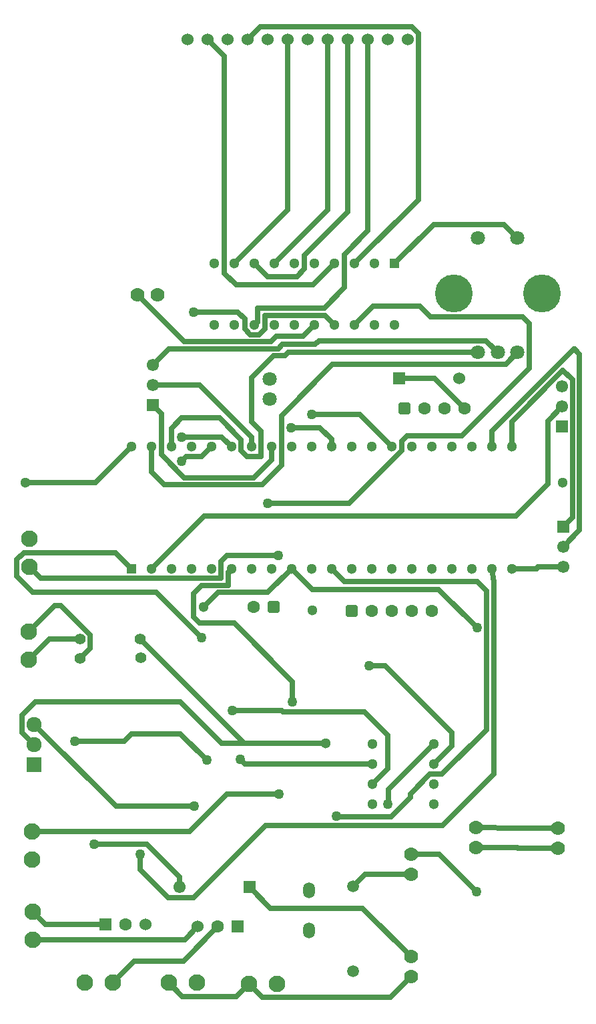
<source format=gbl>
G04*
G04 #@! TF.GenerationSoftware,Altium Limited,Altium Designer,24.4.1 (13)*
G04*
G04 Layer_Physical_Order=2*
G04 Layer_Color=16711680*
%FSLAX44Y44*%
%MOMM*%
G71*
G04*
G04 #@! TF.SameCoordinates,F6539689-3043-445A-A8EF-E24C1B7FCDF9*
G04*
G04*
G04 #@! TF.FilePolarity,Positive*
G04*
G01*
G75*
%ADD37C,1.5240*%
%ADD38R,1.5240X1.5240*%
%ADD45R,1.5500X1.5500*%
%ADD46C,1.5500*%
%ADD60C,0.6350*%
%ADD61C,1.3000*%
%ADD62R,1.3000X1.3000*%
%ADD63C,2.1000*%
%ADD64R,1.9200X1.9200*%
%ADD65C,1.9200*%
%ADD66C,1.7780*%
%ADD67C,1.8000*%
%ADD68R,1.5500X1.5500*%
%ADD69C,1.6000*%
G04:AMPARAMS|DCode=70|XSize=1.6mm|YSize=1.6mm|CornerRadius=0.4mm|HoleSize=0mm|Usage=FLASHONLY|Rotation=0.000|XOffset=0mm|YOffset=0mm|HoleType=Round|Shape=RoundedRectangle|*
%AMROUNDEDRECTD70*
21,1,1.6000,0.8000,0,0,0.0*
21,1,0.8000,1.6000,0,0,0.0*
1,1,0.8000,0.4000,-0.4000*
1,1,0.8000,-0.4000,-0.4000*
1,1,0.8000,-0.4000,0.4000*
1,1,0.8000,0.4000,0.4000*
%
%ADD70ROUNDEDRECTD70*%
%ADD71R,1.6000X1.6000*%
%ADD72O,1.5000X2.0000*%
%ADD73O,1.5240X2.0000*%
%ADD74C,1.5000*%
%ADD75C,1.4000*%
%ADD76C,4.8000*%
%ADD77C,1.2700*%
D37*
X579120Y1262380D02*
D03*
X553720D02*
D03*
X528320D02*
D03*
X502920D02*
D03*
X477520D02*
D03*
X452120D02*
D03*
X426720D02*
D03*
X401320D02*
D03*
X375920D02*
D03*
X350520D02*
D03*
X325120D02*
D03*
X299720D02*
D03*
X643920Y833120D02*
D03*
X246380Y140970D02*
D03*
X312420Y138430D02*
D03*
D38*
X567660Y833120D02*
D03*
D45*
X378024Y188884D02*
D03*
D46*
X255270Y849630D02*
D03*
Y824230D02*
D03*
X775970Y594360D02*
D03*
Y619760D02*
D03*
X774314Y822614D02*
D03*
Y797214D02*
D03*
X289224Y188884D02*
D03*
D60*
X219426Y373380D02*
X228824Y382778D01*
X156210Y373380D02*
X219426D01*
X228824Y382778D02*
X290322D01*
X323850Y349250D01*
X554669Y312420D02*
X611820Y369571D01*
X554669Y294319D02*
Y312420D01*
X553720Y293370D02*
X554669Y294319D01*
X557448Y277495D02*
X582346Y302394D01*
X622300Y331470D02*
X678942Y388112D01*
Y563626D01*
X582346Y306571D02*
X607245Y331470D01*
X622300D01*
X582346Y302394D02*
Y306571D01*
X489331Y277495D02*
X557448D01*
X488188Y278638D02*
X489331Y277495D01*
X307340Y175260D02*
X398517Y266437D01*
X622799D01*
X687832Y331470D01*
X617728Y565912D02*
X666750Y516890D01*
X457616Y565912D02*
X617728D01*
X371093Y370840D02*
X474980D01*
X342645D02*
X371093D01*
X567660Y833120D02*
X612677D01*
X651124Y794674D01*
X718820Y237490D02*
X769620D01*
X717550Y238760D02*
X718820Y237490D01*
X665480Y238760D02*
X717550D01*
X255270Y849630D02*
X276179Y870539D01*
X414419D01*
X419926Y876046D01*
X461518D01*
X466090Y880618D01*
X678140D01*
X693034Y865724D01*
X275590Y67310D02*
X292862Y50038D01*
X361188D01*
X377190Y66040D01*
X718820Y262890D02*
X769620D01*
X665480Y264160D02*
X718820Y262890D01*
X524510Y204470D02*
X582930D01*
X509270Y189230D02*
X524510Y204470D01*
X427384Y865724D02*
X668034D01*
X423309Y861649D02*
X427384Y865724D01*
X408621Y861649D02*
X423309D01*
X381000Y834027D02*
X408621Y861649D01*
X381000Y778147D02*
Y834027D01*
Y778147D02*
X392829Y766318D01*
Y734199D02*
Y766318D01*
X374650Y734199D02*
X392829D01*
X367429Y741419D02*
X374650Y734199D01*
X367429Y741419D02*
Y755505D01*
X339852Y783082D02*
X367429Y755505D01*
X292100Y783082D02*
X339852D01*
X279014Y769996D02*
X292100Y783082D01*
X279014Y746414D02*
Y769996D01*
X703210Y850900D02*
X718034Y865724D01*
X483616Y850900D02*
X703210D01*
X418592Y785876D02*
X483616Y850900D01*
X418592Y722806D02*
Y785876D01*
X394129Y698344D02*
X418592Y722806D01*
X270159Y698344D02*
X394129D01*
X253614Y714888D02*
X270159Y698344D01*
X253614Y714888D02*
Y746414D01*
X119381Y140970D02*
X195580D01*
X102871Y157480D02*
X119381Y140970D01*
X458880Y951230D02*
X486024Y978374D01*
X361188Y951230D02*
X458880D01*
X346456Y965962D02*
X361188Y951230D01*
X346456Y965962D02*
Y1241044D01*
X325120Y1262380D02*
X346456Y1241044D01*
X426720Y1046070D02*
Y1262380D01*
X359024Y978374D02*
X426720Y1046070D01*
X208188Y612140D02*
X228214Y592114D01*
X91694Y612140D02*
X208188D01*
X82804Y603250D02*
X91694Y612140D01*
X82804Y582422D02*
Y603250D01*
Y582422D02*
X102870Y562356D01*
X259842D01*
X317500Y504698D01*
X756412Y779312D02*
X774314Y797214D01*
X756412Y699516D02*
Y779312D01*
X715772Y658876D02*
X756412Y699516D01*
X320376Y658876D02*
X715772D01*
X253614Y592114D02*
X320376Y658876D01*
X482214Y592114D02*
X498764Y575564D01*
X667004D01*
X678942Y563626D01*
X239014Y210820D02*
Y229852D01*
Y210820D02*
X274574Y175260D01*
X307340D01*
X687832Y331470D02*
Y574802D01*
X685414Y592114D02*
X687832Y574802D01*
X456692Y787146D02*
X517682D01*
X558414Y746414D01*
X255270Y824230D02*
X315013D01*
X380614Y758629D01*
Y746414D02*
Y758629D01*
X473682Y912876D02*
X486024Y900534D01*
X397510Y912876D02*
X473682D01*
X397510Y896112D02*
Y912876D01*
X389717Y888319D02*
X397510Y896112D01*
X379141Y888319D02*
X389717D01*
X372110Y895350D02*
X379141Y888319D01*
X372110Y895350D02*
Y908050D01*
X363220Y916940D02*
X372110Y908050D01*
X307340Y916940D02*
X363220D01*
X511424Y900534D02*
X535196Y924306D01*
X593852D01*
X607314Y910844D01*
X724154D01*
X732790Y902208D01*
Y845633D02*
Y902208D01*
X647379Y760222D02*
X732790Y845633D01*
X577850Y760222D02*
X647379D01*
X571500Y753872D02*
X577850Y760222D01*
X571500Y741934D02*
Y753872D01*
X504698Y675132D02*
X571500Y741934D01*
X401096Y675132D02*
X504698D01*
X611820Y344170D02*
X635000Y367351D01*
Y384114D01*
X549859Y469256D02*
X635000Y384114D01*
X529980Y469256D02*
X549859D01*
X239014Y502920D02*
X371093Y370840D01*
X290322Y423164D02*
X342645Y370840D01*
X106426Y423164D02*
X290322D01*
X89662Y406400D02*
X106426Y423164D01*
X89662Y384586D02*
Y406400D01*
Y384586D02*
X105024Y369224D01*
X775970Y645160D02*
X787908Y657098D01*
Y831088D01*
X775716Y843280D02*
X787908Y831088D01*
X710814Y778378D02*
X775716Y843280D01*
X710814Y746414D02*
Y778378D01*
X685414Y746414D02*
Y765805D01*
X789813Y870204D01*
X790194D01*
X796798Y863600D01*
Y640588D02*
Y863600D01*
X775970Y619760D02*
X796798Y640588D01*
X105024Y394624D02*
X208818Y290830D01*
X308102D01*
X349504Y306578D02*
X415544D01*
X301660Y258734D02*
X349504Y306578D01*
X102484Y258734D02*
X301660D01*
X528320Y1019810D02*
Y1262380D01*
X498602Y990092D02*
X528320Y1019810D01*
X498602Y947903D02*
Y990092D01*
X472797Y922098D02*
X498602Y947903D01*
X388260Y922098D02*
X472797D01*
X388260Y904371D02*
Y922098D01*
X384424Y900534D02*
X388260Y904371D01*
X582930Y229870D02*
X618998D01*
X665734Y183134D01*
X291846Y728218D02*
X297688Y734060D01*
X317460D01*
X329814Y746414D01*
X562224Y978374D02*
X611788Y1027938D01*
X700820D01*
X718034Y1010724D01*
X401419Y562119D02*
X431414Y592114D01*
X338559Y562119D02*
X401419D01*
X319654Y543214D02*
X338559Y562119D01*
X356108Y412242D02*
X419301D01*
X420859Y410684D01*
X524036D01*
X553720Y381000D01*
Y338770D02*
Y381000D01*
X533720Y318771D02*
X553720Y338770D01*
X432816Y422910D02*
Y449072D01*
X358394Y523494D02*
X432816Y449072D01*
X314706Y523494D02*
X358394D01*
X307340Y530860D02*
X314706Y523494D01*
X307340Y530860D02*
Y560849D01*
X317500Y571009D01*
X351028D01*
Y587928D01*
X355214Y592114D01*
X181292Y243142D02*
X247650D01*
X289224Y201568D01*
Y188884D02*
Y201568D01*
X349250Y608584D02*
X414782D01*
X342029Y601363D02*
X349250Y608584D01*
X342029Y579899D02*
Y601363D01*
X113522Y579899D02*
X342029D01*
X99060Y594361D02*
X113522Y579899D01*
X255270Y798830D02*
X266192Y787908D01*
Y736600D02*
Y787908D01*
Y736600D02*
X295558Y707234D01*
X383644D01*
X406014Y729603D01*
Y746414D01*
X291846Y758952D02*
X342676D01*
X355214Y746414D01*
X446296Y886206D02*
X460624Y900534D01*
X412307Y886206D02*
X446296D01*
X405529Y879429D02*
X412307Y886206D01*
X295322Y879429D02*
X405529D01*
X236220Y938531D02*
X295322Y879429D01*
X482214Y746414D02*
Y755650D01*
X467482Y770382D02*
X482214Y755650D01*
X430784Y770382D02*
X467482D01*
X502920Y1043940D02*
Y1262380D01*
X447802Y988822D02*
X502920Y1043940D01*
X447802Y971550D02*
Y988822D01*
X438150Y961898D02*
X447802Y971550D01*
X400900Y961898D02*
X438150D01*
X384424Y978374D02*
X400900Y961898D01*
X521208Y162052D02*
X582930Y100330D01*
X404856Y162052D02*
X521208D01*
X378024Y188884D02*
X404856Y162052D01*
X366639Y350266D02*
X372735Y344170D01*
X533720D01*
X375920Y1262380D02*
X391922Y1278382D01*
X584200D01*
X592582Y1270000D01*
Y1059532D02*
Y1270000D01*
X511424Y978374D02*
X592582Y1059532D01*
X477520Y1046070D02*
Y1262380D01*
X409824Y978374D02*
X477520Y1046070D01*
X431414Y592114D02*
X457616Y565912D01*
X377190Y66040D02*
X393954Y49276D01*
X557276D01*
X582930Y74930D01*
X102871Y121920D02*
X295910D01*
X312420Y138430D01*
X204470Y67310D02*
X231902Y94742D01*
X294132D01*
X337820Y138430D01*
X163576Y478282D02*
X176022Y490728D01*
Y508000D01*
X138938Y545084D02*
X176022Y508000D01*
X131063Y545084D02*
X138938D01*
X97790Y511810D02*
X131063Y545084D01*
X124459Y502920D02*
X163068D01*
X97790Y476250D02*
X124459Y502920D01*
X93980Y701040D02*
X182840D01*
X228214Y746414D01*
X744434Y594360D02*
X775970D01*
X742188Y592114D02*
X744434Y594360D01*
X710814Y592114D02*
X742188D01*
D61*
X228214Y746414D02*
D03*
X253614D02*
D03*
X279014D02*
D03*
X304414D02*
D03*
X329814D02*
D03*
X355214D02*
D03*
X380614D02*
D03*
X406014D02*
D03*
X431414D02*
D03*
X456814D02*
D03*
X482214D02*
D03*
X507614D02*
D03*
X533014D02*
D03*
X558414D02*
D03*
X583814D02*
D03*
X609214D02*
D03*
X634614D02*
D03*
X660014D02*
D03*
X685414D02*
D03*
X710814D02*
D03*
Y592114D02*
D03*
X685414D02*
D03*
X660014D02*
D03*
X634614D02*
D03*
X609214D02*
D03*
X583814D02*
D03*
X558414D02*
D03*
X533014D02*
D03*
X507614D02*
D03*
X482214D02*
D03*
X456814D02*
D03*
X431414D02*
D03*
X406014D02*
D03*
X380614D02*
D03*
X355214D02*
D03*
X329814D02*
D03*
X304414D02*
D03*
X279014D02*
D03*
X253614D02*
D03*
X775584Y700694D02*
D03*
X93980Y701040D02*
D03*
X474980Y370840D02*
D03*
X319654Y543214D02*
D03*
X611820Y369571D02*
D03*
Y344170D02*
D03*
Y318771D02*
D03*
Y293370D02*
D03*
X533720D02*
D03*
Y318771D02*
D03*
Y344170D02*
D03*
Y369571D02*
D03*
X458084Y539404D02*
D03*
X536824Y978374D02*
D03*
X511424D02*
D03*
X486024D02*
D03*
X460624D02*
D03*
X435224D02*
D03*
X409824D02*
D03*
X384424D02*
D03*
X359024D02*
D03*
X333624D02*
D03*
Y900534D02*
D03*
X359024D02*
D03*
X384424D02*
D03*
X409824D02*
D03*
X435224D02*
D03*
X460624D02*
D03*
X486024D02*
D03*
X511424D02*
D03*
X536824D02*
D03*
X562224D02*
D03*
D62*
X228214Y592114D02*
D03*
X562224Y978374D02*
D03*
D63*
X102484Y258734D02*
D03*
Y223174D02*
D03*
X97790Y511810D02*
D03*
Y476250D02*
D03*
X99060Y629921D02*
D03*
Y594361D02*
D03*
X412750Y66040D02*
D03*
X377190D02*
D03*
X204470Y67310D02*
D03*
X168910D02*
D03*
X102871Y121920D02*
D03*
Y157480D02*
D03*
X311150Y67310D02*
D03*
X275590D02*
D03*
D64*
X105024Y343824D02*
D03*
D65*
Y369224D02*
D03*
Y394624D02*
D03*
D66*
X769620Y262890D02*
D03*
Y237490D02*
D03*
X665480Y264160D02*
D03*
Y238760D02*
D03*
X582930Y74930D02*
D03*
Y100330D02*
D03*
Y204470D02*
D03*
Y229870D02*
D03*
X236220Y938531D02*
D03*
X261620D02*
D03*
D67*
X403860Y806450D02*
D03*
Y831850D02*
D03*
X718034Y1010724D02*
D03*
X668034D02*
D03*
X693034Y865724D02*
D03*
X718034D02*
D03*
X668034D02*
D03*
D68*
X255270Y798830D02*
D03*
X775970Y645160D02*
D03*
X774314Y771814D02*
D03*
D69*
X558414Y538134D02*
D03*
X533014D02*
D03*
X583814D02*
D03*
X609214D02*
D03*
X383154Y543214D02*
D03*
X651124Y794674D02*
D03*
X625724D02*
D03*
X600324D02*
D03*
X220980Y140970D02*
D03*
X337820Y138430D02*
D03*
D70*
X507614Y538134D02*
D03*
X408554Y543214D02*
D03*
X574924Y794674D02*
D03*
D71*
X195580Y140970D02*
D03*
X363220Y138430D02*
D03*
D72*
X453390Y184150D02*
D03*
D73*
Y133350D02*
D03*
D74*
X509270Y82230D02*
D03*
Y189230D02*
D03*
D75*
X163068Y502920D02*
D03*
X163576Y478282D02*
D03*
X239014Y502920D02*
D03*
X240030Y478790D02*
D03*
D76*
X637034Y940724D02*
D03*
X749034D02*
D03*
D77*
X156210Y373380D02*
D03*
X323850Y349250D02*
D03*
X553720Y293370D02*
D03*
X666750Y516890D02*
D03*
X317500Y504698D02*
D03*
X488188Y278638D02*
D03*
X239014Y229852D02*
D03*
X456692Y787146D02*
D03*
X307340Y916940D02*
D03*
X401096Y675132D02*
D03*
X529980Y469256D02*
D03*
X308102Y290830D02*
D03*
X415544Y306578D02*
D03*
X665734Y183134D02*
D03*
X291846Y728218D02*
D03*
X356108Y412242D02*
D03*
X432816Y422910D02*
D03*
X181292Y243142D02*
D03*
X414782Y608584D02*
D03*
X291846Y758952D02*
D03*
X430784Y770382D02*
D03*
X366639Y350266D02*
D03*
M02*

</source>
